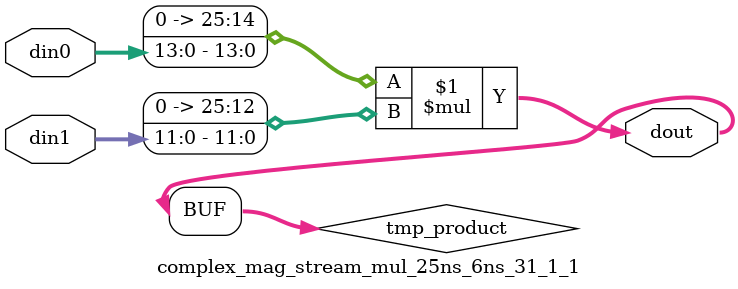
<source format=v>

`timescale 1 ns / 1 ps

 module complex_mag_stream_mul_25ns_6ns_31_1_1(din0, din1, dout);
parameter ID = 1;
parameter NUM_STAGE = 0;
parameter din0_WIDTH = 14;
parameter din1_WIDTH = 12;
parameter dout_WIDTH = 26;

input [din0_WIDTH - 1 : 0] din0; 
input [din1_WIDTH - 1 : 0] din1; 
output [dout_WIDTH - 1 : 0] dout;

wire signed [dout_WIDTH - 1 : 0] tmp_product;
























assign tmp_product = $signed({1'b0, din0}) * $signed({1'b0, din1});











assign dout = tmp_product;





















endmodule

</source>
